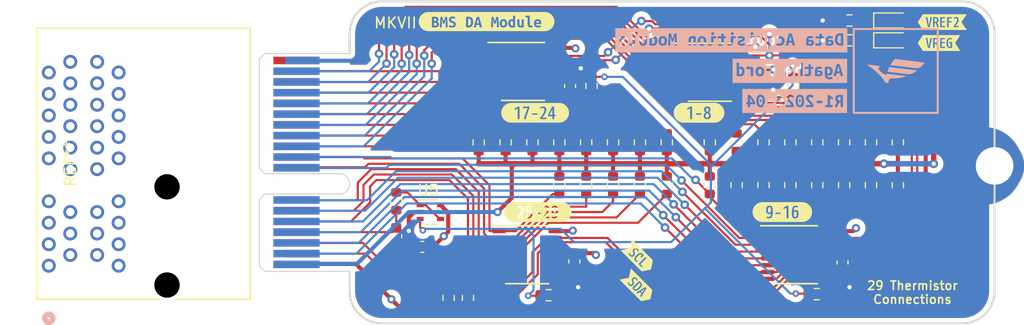
<source format=kicad_pcb>
(kicad_pcb (version 20221018) (generator pcbnew)
  (layers (0 "F.Cu" signal) (1 "In1.Cu" power "GND") (2 "In2.Cu" power "PWR") (31 "B.Cu" signal) (34 "B.Paste" user) (35 "F.Paste" user) (36 "B.SilkS" user "B.Silkscreen") (37 "F.SilkS" user "F.Silkscreen") (38 "B.Mask" user) (39 "F.Mask" user) (44 "Edge.Cuts" user))
  (net 0 "")
  (net 1 "/VREG")
  (net 2 "GND")
  (net 3 "/MUX_GROUP_OUTPUT")
  (net 4 "/THERM_29")
  (net 5 "/THERM_28")
  (net 6 "/THERM_27")
  (net 7 "/THERM_26")
  (net 8 "/THERM_25")
  (net 9 "/THERM_24")
  (net 10 "/THERM_23")
  (net 11 "/THERM_22")
  (net 12 "/THERM_21")
  (net 13 "/THERM_20")
  (net 14 "/THERM_19")
  (net 15 "/THERM_18")
  (net 16 "/THERM_17")
  (net 17 "/THERM_16")
  (net 18 "/THERM_15")
  (net 19 "/THERM_14")
  (net 20 "/THERM_13")
  (net 21 "/THERM_12")
  (net 22 "/THERM_11")
  (net 23 "/THERM_10")
  (net 24 "/THERM_9")
  (net 25 "/THERM_8")
  (net 26 "/THERM_7")
  (net 27 "/THERM_6")
  (net 28 "/THERM_5")
  (net 29 "/THERM_4")
  (net 30 "/THERM_3")
  (net 31 "/SCL")
  (net 32 "/SDA")
  (net 33 "/THERM_2")
  (net 34 "/THERM_1")
  (net 35 "/VREF2")
  (net 36 "Net-(PD1-K)")
  (net 37 "Net-(PD2-K)")
  (net 38 "Net-(U5--)")
  (net 39 "Net-(U1-D0)")
  (net 44 "Net-(U5-+)")
  (net 45 "Net-(U2-D0)")
  (net 46 "Net-(U3-D0)")
  (net 47 "Net-(U4-D0)")
  (footprint "OEM:R_0603" (layer "F.Cu") (at 124.5 93.25 90)
    (fp_text reference "R21" hide)
    (fp_text value "R_100K" hide)
  )
  (footprint "kibuzzard-63A54BE3" (layer "F.Cu") (at 137.5 90.5)
    (fp_text reference "kibuzzard-63A54BE3" hide)
    (fp_text value "G***" hide)
  )
  (footprint "OEM:R_0603" (layer "F.Cu") (at 151 93.25 90)
    (fp_text reference "R3" hide)
    (fp_text value "R_100K" hide)
  )
  (footprint "OEM:R_0603" (layer "F.Cu") (at 127.5 88 90)
    (fp_text reference "R36" hide)
    (fp_text value "1KR" hide)
  )
  (footprint "OEM:R_0603" (layer "F.Cu") (at 129.5 97.25 -90)
    (fp_text reference "R27" hide)
    (fp_text value "R_100K" hide)
  )
  (footprint "OEM:R_0603" (layer "F.Cu") (at 117 93.25 90)
    (fp_text reference "R24" hide)
    (fp_text value "R_100K" hide)
  )
  (footprint "OEM:R_0603" (layer "F.Cu") (at 116 107.75 -90)
    (fp_text reference "R32" hide)
    (fp_text value "15KR" hide)
  )
  (footprint "OEM:R_0603" (layer "F.Cu") (at 138.5 97.25 -90)
    (fp_text reference "R9" hide)
    (fp_text value "R_100K" hide)
  )
  (footprint "OEM:R_0603" (layer "F.Cu") (at 156 93.25 90)
    (fp_text reference "R1" hide)
    (fp_text value "R_100K" hide)
  )
  (footprint "OEM:R_0603" (layer "F.Cu") (at 141 93.25 90)
    (fp_text reference "R7" hide)
    (fp_text value "R_100K" hide)
  )
  (footprint "OEM:CHIPLED_0805" (layer "F.Cu") (at 155.5 83.75)
    (fp_text reference "PD1" hide)
    (fp_text value "WHITE" hide)
  )
  (footprint "kibuzzard-661714AA" (layer "F.Cu") (at 122.5 99.75)
    (fp_text reference "kibuzzard-661714AA" hide)
    (fp_text value "G***" hide)
  )
  (footprint "OEM:M.2_Mount" (layer "F.Cu") (at 165.016 95.45 -90)
    (fp_text reference "H1" hide)
    (fp_text value "M.2_MountingHole" hide)
  )
  (footprint "OEM:R_0603" (layer "F.Cu") (at 151.5 81.9 180)
    (fp_text reference "R31" hide)
    (fp_text value "1KR" hide)
  )
  (footprint "OEM:R_0603" (layer "F.Cu") (at 151.5 83.75 180)
    (fp_text reference "R30" hide)
    (fp_text value "1KR" hide)
  )
  (footprint "Package_SO:SSOP-16_3.9x4.9mm_P0.635mm" (layer "F.Cu") (at 146.5 103.75)
    (fp_text reference "U2" hide)
    (fp_text value "LTC1380IGN" hide)
  )
  (footprint "OEM:R_0603" (layer "F.Cu") (at 141 97.25 -90)
    (fp_text reference "R10" hide)
    (fp_text value "R_100K" hide)
  )
  (footprint "kibuzzard-63BF55B8" (layer "F.Cu") (at 131.8 106.7 -45)
    (fp_text reference "kibuzzard-63BF55B8" hide)
    (fp_text value "G***" hide)
  )
  (footprint "OEM:R_0603" (layer "F.Cu") (at 153.5 93.25 90)
    (fp_text reference "R2" hide)
    (fp_text value "R_100K" hide)
  )
  (footprint "OEM:C_0603" (layer "F.Cu") (at 125.5 88 -90)
    (fp_text reference "C3" hide)
    (fp_text value "C_1uF" hide)
  )
  (footprint "Package_SO:SSOP-16_3.9x4.9mm_P0.635mm" (layer "F.Cu") (at 121.5 103.75)
    (fp_text reference "U4" hide)
    (fp_text value "LTC1380IGN" hide)
  )
  (footprint "OEM:R_0603" (layer "F.Cu") (at 146.25 88 90)
    (fp_text reference "R34" hide)
    (fp_text value "1KR" hide)
  )
  (footprint "OEM:R_0603" (layer "F.Cu") (at 132 97.25 -90)
    (fp_text reference "R28" hide)
    (fp_text value "R_100K" hide)
  )
  (footprint "OEM:R_0603" (layer "F.Cu") (at 148.5 97.25 -90)
    (fp_text reference "R13" hide)
    (fp_text value "R_100K" hide)
  )
  (footprint "kibuzzard-66171EC5" (layer "F.Cu") (at 160.125 82.05)
    (fp_text reference "kibuzzard-66171EC5" hide)
    (fp_text value "G***" hide)
  )
  (footprint "OEM:R_0603" (layer "F.Cu") (at 109.325 98.75 90)
    (fp_text reference "R38" hide)
    (fp_text value "R_100" hide)
  )
  (footprint "OEM:R_0603" (layer "F.Cu") (at 138.5 93.25 90)
    (fp_text reference "R8" hide)
    (fp_text value "R_100K" hide)
  )
  (footprint "kibuzzard-66171EA1" (layer "F.Cu") (at 159.825 84)
    (fp_text reference "kibuzzard-66171EA1" hide)
    (fp_text value "G***" hide)
  )
  (footprint "OEM:R_0603" (layer "F.Cu") (at 127 97.25 -90)
    (fp_text reference "R26" hide)
    (fp_text value "R_100K" hide)
  )
  (footprint "kibuzzard-63BF51CA" (layer "F.Cu") (at 117.7336 82)
    (fp_text reference "kibuzzard-63BF51CA" hide)
    (fp_text value "G***" hide)
  )
  (footprint "OEM:C_0603" (layer "F.Cu") (at 111.75 103 180)
    (fp_text reference "C5" hide)
    (fp_text value "C_0.1uF" hide)
  )
  (footprint "kibuzzard-63A54BCB" (layer "F.Cu") (at 145.25 99.75)
    (fp_text reference "kibuzzard-63A54BCB" hide)
    (fp_text value "G***" hide)
  )
  (footprint "OEM:pcie_x1_socket" (layer "F.Cu") (at 76.999999 104.75 90)
    (fp_text reference "REF**")
    (fp_text value "CONN36_2-1761465-1_TEC")
  )
  (footprint "OEM:R_0603" (layer "F.Cu") (at 132 93.25 90)
    (fp_text reference "R18" hide)
    (fp_text value "R_100K" hide)
  )
  (footprint "Package_SO:SSOP-16_3.9x4.9mm_P0.635mm" (layer "F.Cu") (at 121.125 86.675)
    (fp_text reference "U3" hide)
    (fp_text value "LTC1380IGN" hide)
  )
  (footprint "OEM:R_0603" (layer "F.Cu") (at 143.5 93.25 90)
    (fp_text reference "R6" hide)
    (fp_text value "R_100K" hide)
  )
  (footprint "OEM:R_0603" (layer "F.Cu") (at 122 93.25 90)
    (fp_text reference "R22" hide)
    (fp_text value "R_100K" hide)
  )
  (footprint "kibuzzard-63BF55D1" (layer "F.Cu") (at 131.875 103.95 -45)
    (fp_text reference "kibuzzard-63BF55D1" hide)
    (fp_text value "G***" hide)
  )
  (footprint "OEM:C_0603" (layer "F.Cu") (at 125.9 104.35 -90)
    (fp_text reference "C4" hide)
    (fp_text value "C_1uF" hide)
  )
  (footprint "OEM:C_0603" (layer "F.Cu") (at 150.85 104.45 -90)
    (fp_text reference "C2" hide)
    (fp_text value "C_1uF" hide)
  )
  (footprint "OEM:CHIPLED_0805" (layer "F.Cu") (at 155.5 81.9)
    (fp_text reference "PD2" hide)
    (fp_text value "WHITE" hide)
  )
  (footprint "OEM:R_0603" (layer "F.Cu") (at 151 97.25 -90)
    (fp_text reference "R14" hide)
    (fp_text value "R_100K" hide)
  )
  (footprint "Package_TO_SOT_SMD:SOT-353_SC-70-5" (layer "F.Cu") (at 112.5 99.75)
    (fp_text reference "U5")
    (fp_text value "MCP6001T-I-LT" hide)
  )
  (footprint "OEM:R_0603" (layer "F.Cu") (at 119.5 93.25 90)
    (fp_text reference "R23" hide)
    (fp_text value "R_100K" hide)
  )
  (footprint "OEM:C_0603" (layer "F.Cu") (at 142.9 87.425 -90)
    (fp_text reference "C1" hide)
    (fp_text value "C_1uF" hide)
  )
  (footprint "OEM:R_0603" (layer "F.Cu") (at 124.5 97.25 -90)
    (fp_text reference "R25" hide)
    (fp_text value "R_100K" hide)
  )
  (footprint "OEM:R_0603" (layer "F.Cu") (at 123.5 107.5 180)
    (fp_text reference "R37" hide)
    (fp_text value "1KR" hide)
  )
  (footprint "OEM:R_0603" (layer "F.Cu") (at 148.5 93.25 90)
    (fp_text reference "R4" hide)
    (fp_text value "R_100K" hide)
  )
  (footprint "OEM:R_0603" (layer "F.Cu") (at 129.5 93.25 90)
    (fp_text reference "R19" hide)
    (fp_text value "R_100K" hide)
  )
  (footprint "OEM:R_0603" (layer "F.Cu") (at 146 93.25 90)
    (fp_text reference "R5" hide)
    (fp_text value "R_100K" hide)
  )
  (footprint "Connector_PCBEdge:BUS_PCIexpress_x1" (layer "F.Cu") (at 100.045 85.625 -90)
    (fp_text reference "J1" hide)
    (fp_text value "pcie_x1_connector" hide)
    (fp_line (start -0.65 -4.95) (end -0.65 2.95) (stroke (width 0.1)) (layer "Edge.Cuts"))
    (fp_line (start -0.65 2.95) (end -0.15 3.45) (stroke (width 0.1)) (layer "Edge.Cuts"))
    (fp_line (start -0.15 3.45) (end 10.05 3.45) (stroke (width 0.1)) (layer "Edge.Cuts"))
    (fp_line (start 10.55 -4) (end 10.55 2.95) (stroke (width 0.1)) (layer "Edge.Cuts"))
    (fp_line (start 10.55 2.95) (end 10.05 3.45) (stroke (width 0.1)) (layer "Edge.Cuts"))
    (fp_line (start 12.45 -4) (end 12.45 2.95) (stroke (width 0.1)) (layer "Edge.Cuts"))
    (fp_line (start 12.45 2.95) (end 12.95 3.45) (stroke (width 0.1)) (layer "Edge.Cuts"))
    (fp_line (start 12.95 3.45) (end 19.15 3.45) (stroke (width 0.1)) (layer "Edge.Cuts"))
    (fp_line (start 19.65 -4.95) (end 19.65 2.95) (stroke (width 0.1)) (layer "Edge.Cuts"))
    (fp_line (start 19.65 2.95) (end 19.15 3.45) (stroke (width 0.1)) (layer "Edge.Cuts"))
    (fp_arc (start 10.55 -4) (mid 11.5 -4.95) (end 12.45 -4) (stroke (width 0.1)) (layer "Edge.Cuts"))
  )
  (footprint "OEM:R_0603" (layer "F.Cu") (at 134.5 93.25 90)
    (fp_text reference "R17" hide)
    (fp_text value "R_100K" hide)
  )
  (footprint "OEM:R_0603" (layer "F.Cu") (at 143.5 97.25 -90)
    (fp_text reference "R11" hide)
    (fp_text value "R_100K" hide)
  )
  (footprint "OEM:R_0603" (layer "F.Cu") (at 114.2 107.75 -90)
    (fp_text reference "R33" hide)
    (fp_text value "15KR" hide)
  )
  (footprint "OEM:R_0603" (layer "F.Cu") (at 153.5 97.25 -90)
    (fp_text reference "R15" hide)
    (fp_text value "R_100K" hide)
  )
  (footprint "OEM:R_0603" (layer "F.Cu") (at 146 97.25 -90)
    (fp_text reference "R12" hide)
    (fp_text value "R_100K" hide)
  )
  (footprint "OEM:R_0603" (layer "F.Cu") (at 148.45 107.4 180)
    (fp_text reference "R35" hide)
    (fp_text value "1KR" hide)
  )
  (footprint "OEM:C_0603" (layer "F.Cu") (at 109.325 102 -90)
    (fp_text reference "C6" hide)
    (fp_text value "C_10nF" hide)
  )
  (footprint "OEM:R_0603" (layer "F.Cu") (at 134.5 97.25 -90)
    (fp_text reference "R29" hide)
    (fp_text value "R_100K" hide)
  )
  (footprint "Package_SO:SSOP-16_3.9x4.9mm_P0.635mm" (layer "F.Cu") (at 138.502157 86.750342)
    (fp_text reference "U1" hide)
    (fp_text value "LTC1380IGN" hide)
  )
  (footprint "OEM:R_0603" (layer "F.Cu") (at 156 97.25 -90)
    (fp_text reference "R16" hide)
    (fp_text value "R_100K" hide)
  )
  (footprint "OEM:R_0603" (layer "F.Cu") (at 127 93.25 90)
    (fp_text reference "R20" hide)
    (fp_text value "R_100K" hide)
  )
  (footprint "kibuzzard-63A54BB0" (layer "F.Cu") (at 122.25 90.5)
    (fp_text reference "kibuzzard-63A54BB0" hide)
    (fp_text value "G***" hide)
  )
  (footprint "kibuzzard-66172481" (layer "B.Cu") (at 146.4 89.4 180)
    (fp_text reference "kibuzzard-66172481" hide)
    (fp_text value "G***" hide)
  )
  (footprint "OEM:OEM_Logo_8mm" (layer "B.Cu") (at 155.8 86.6 180)
    (fp_text reference "REF**" hide)
    (fp_text value "OEM_Logo_8mm")
  )
  (footprint "kibuzzard-661723CB" (layer "B.Cu") (at 140.5 83.75 180)
    (fp_text reference "kibuzzard-661723CB" hide)
    (fp_text value "G***" hide)
  )
  (footprint "kibuzzard-661723F5" (layer "B.Cu") (at 145.95 86.6 180)
    (fp_text reference "kibuzzard-661723F5" hide)
    (fp_text value "G***" hide)
  )
  (gr_arc (start 107.995 110.125) (mid 105.87368 109.24632) (end 104.995 107.125) (stroke (width 0.2)) (layer "Edge.Cuts"))
  (gr_arc (start 104.995 83.125) (mid 105.87368 81.00368) (end 107.995 80.125) (stroke (width 0.2)) (layer "Edge.Cuts"))
  (gr_line (start 104.995 84.975) (end 104.995 83.125) (stroke (width 0.2)) (layer "Edge.Cuts"))
  (gr_line (start 107.995 80.125) (end 161.995 80.125) (stroke (width 0.2)) (layer "Edge.Cuts"))
  (gr_line (start 164.995 107.125) (end 164.995 83.125) (stroke (width 0.2)) (layer "Edge.Cuts"))
  (gr_line (start 107.995 110.125) (end 161.995 110.125) (stroke (width 0.2)) (layer "Edge.Cuts"))
  (gr_line (start 104.995 83.125) (end 104.995 84.975) (stroke (width 0.2)) (layer "Edge.Cuts"))
  (gr_line (start 104.995 107.125) (end 104.995 105.275) (stroke (width 0.2)) (layer "Edge.Cuts"))
  (gr_arc (start 161.995 80.125) (mid 164.11632 81.00368) (end 164.995 83.125) (stroke (width 0.2)) (layer "Edge.Cuts"))
  (gr_arc (start 164.995 107.125) (mid 164.11632 109.24632) (end 161.995 110.125) (stroke (width 0.2)) (layer "Edge.Cuts"))
  (gr_text "MKVII" (at 109.25 82.127) (layer "F.SilkS") (effects (font (size 1 1))))
  (gr_text "29 Thermistor\nConnections" (at 157.35 107.25) (layer "F.SilkS") (effects (font (size 0.8 0.8))))
  (segment (start 114.1655 99.8155) (end 113.45 99.1) (width 0.381) (layer "F.Cu") (net 1))
  (segment (start 109.85 108.85) (end 150.1 108.85) (width 0.381) (layer "F.Cu") (net 1))
  (segment (start 123.725 86.9925) (end 122.744 86.9925) (width 0.381) (layer "F.Cu") (net 1))
  (segment (start 122.744 86.9925) (end 122.7345 86.983) (width 0.381) (layer "F.Cu") (net 1))
  (segment (start 150.1 108.85) (end 150.9405 108.85) (width 0.381) (layer "F.Cu") (net 1))
  (segment (start 152.1 101.25) (end 151.8225 101.5275) (width 0.381) (layer "F.Cu") (net 1))
  (segment (start 105.5845 104.5845) (end 100.045 104.5845) (width 0.381) (layer "F.Cu") (net 1))
  (segment (start 158.5905 101.2) (end 154.67025 105.12025) (width 0.381) (layer "F.Cu") (net 1))
  (segment (start 125.9525 84.4525) (end 126 84.5) (width 0.381) (layer "F.Cu") (net 1))
  (segment (start 124.1 101.5275) (end 125.7045 101.5275) (width 0.381) (layer "F.Cu") (net 1))
  (segment (start 113.75 102) (end 112.75 103) (width 0.381) (layer "F.Cu") (net 1))
  (segment (start 125.3425 86.9925) (end 123.725 86.9925) (width 0.381) (layer "F.Cu") (net 1))
  (segment (start 124.1 103.4325) (end 125.7575 103.4325) (width 0.381) (layer "F.Cu") (net 1))
  (segment (start 142.9 86.65) (end 143.08 86.47) (width 0.381) (layer "F.Cu") (net 1))
  (segment (start 153.225 103.675) (end 154.67025 105.12025) (width 0.381) (layer "F.Cu") (net 1))
  (segment (start 124.1 103.4325) (end 124.1 104.0675) (width 0.381) (layer "F.Cu") (net 1))
  (segment (start 150.821658 103.675) (end 150.579158 103.4325) (width 0.381) (layer "F.Cu") (net 1))
  (segment (start 143.08 86.47) (end 144.395 86.47) (width 0.381) (layer "F.Cu") (net 1))
  (segment (start 125.5 87.15) (end 125.3425 86.9925) (width 0.381) (layer "F.Cu") (net 1))
  (segment (start 151.8225 101.5275) (end 149.1 101.5275) (width 0.381) (layer "F.Cu") (net 1))
  (segment (start 122.7345 84.462) (end 122.744 84.4525) (width 0.381) (layer "F.Cu") (net 1))
  (segment (start 125.9 103.575) (end 127.725 103.575) (width 0.381) (layer "F.Cu") (net 1))
  (segment (start 108.875 107.875) (end 105.5845 104.5845) (width 0.381) (layer "F.Cu") (net 1))
  (segment (start 123.725 84.4525) (end 125.9525 84.4525) (width 0.381) (layer "F.Cu") (net 1))
  (segment (start 150.9405 108.85) (end 154.67025 105.12025) (width 0.381) (layer "F.Cu") (net 1))
  (segment (start 158.5905 85.3405) (end 158.5905 101.2) (width 0.381) (layer "F.Cu") (net 1))
  (segment (start 112.75 103) (end 112.525 103) (width 0.381) (layer "F.Cu") (net 1))
  (segment (start 141.279657 84.350342) (end 141.102157 84.527842) (width 0.381) (layer "F.Cu") (net 1))
  (segment (start 150.579158 103.4325) (end 149.1 103.4325) (width 0.381) (layer "F.Cu") (net 1))
  (segment (start 143.075 86.475) (end 142.9 86.65) (width 0.381) (layer "F.Cu") (net 1))
  (segment (start 122.7345 86.983) (end 122.7345 84.462) (width 0.381) (layer "F.Cu") (net 1))
  (segment (start 114.1655 101.5845) (end 114.1655 99.8155) (width 0.381) (layer "F.Cu") (net 1))
  (segment (start 108.875 107.875) (end 109.85 108.85) (width 0.381) (layer "F.Cu") (net 1))
  (segment (start 127.725 103.575) (end 127.9 103.75) (width 0.381) (layer "F.Cu") (net 1))
  (segment (start 125.7575 103.4325) (end 125.9 103.575) (width 0.381) (layer "F.Cu") (net 1))
  (segment (start 144.395 86.47) (end 144.4 86.475) (width 0.381) (layer "F.Cu") (net 1))
  (segment (start 150.85 103.675) (end 153.225 103.675) (width 0.381) (layer "F.Cu") (net 1))
  (segment (start 157 83.75) (end 158.5905 85.3405) (width 0.381) (layer "F.Cu") (net 1))
  (segment (start 122.744 84.4525) (end 123.725 84.4525) (width 0.381) (layer "F.Cu") (net 1))
  (segment (start 156.55 83.75) (end 157 83.75) (width 0.381) (layer "F.Cu") (net 1))
  (segment (start 113.75 102) (end 114.1655 101.5845) (width 0.381) (layer "F.Cu") (net 1))
  (segment (start 125.7045 101.5275) (end 125.75 101.482) (width 0.381) (layer "F.Cu") (net 1))
  (segment (start 150.85 103.675) (end 150.821658 103.675) (width 0.381) (layer "F.Cu") (net 1))
  (segment (start 142.752157 84.350342) (end 141.279657 84.350342) (width 0.381) (layer "F.Cu") (net 1))
  (via (at 126 84.5) (size 0.762) (drill 0.381) (layers "F.Cu" "B.Cu") (net 1))
  (via (at 144.4 86.475) (size 0.762) (drill 0.381) (layers "F.Cu" "B.Cu") (net 1))
  (via (at 142.752157 84.350342) (size 0.8) (drill 0.4) (layers "F.Cu" "B.Cu") (net 1))
  (via (at 127.9 103.75) (size 0.762) (drill 0.381) (layers "F.Cu" "B.Cu") (net 1))
  (via (at 152.1 101.25) (size 0.762) (drill 0.381) (layers "F.Cu" "B.Cu") (net 1))
  (via (at 113.75 102) (size 0.762) (drill 0.381) (layers "F.Cu" "B.Cu") (net 1))
  (via (at 108.875 107.875) (size 0.762) (drill 0.381) (layers "F.Cu" "B.Cu") (net 1))
  (via (at 125.75 101.482) (size 0.762) (drill 0.381) (layers "F.Cu" "B.Cu") (net 1))
  (segment (start 124.1 105.3375) (end 125.8875 105.3375) (width 0.381) (layer "F.Cu") (net 2))
  (segment (start 109.325 102.775) (end 110.75 102.775) (width 0.381) (layer "F.Cu") (net 2))
  (segment (start 125.8875 105.3375) (end 125.9 105.325) (width 0.381) (layer "F.Cu") (net 2))
  (segment (start 150.675 81.9) (end 149 81.9) (width 0.381) (layer "F.Cu") (net 2))
  (segment (start 110.5 101.5) (end 110.5 100.25) (width 0.381) (layer "F.Cu") (net 2))
  (segment (start 141.102157 86.432842) (end 141.102157 88.337842) (width 0.381) (layer "F.Cu") (net 2))
  (segment (start 125.5 88.7) (end 125.5 88.55) (width 0.381) (layer "F.Cu") (net 2))
  (segment (start 141.102157 88.337842) (end 142.614657 88.337842) (width 0.381) (layer "F.Cu") (net 2))
  (segment (start 150.675 83.75) (end 149 83.75) (width 0.381) (layer "F.Cu") (net 2))
  (segment (start 151.5 105.875) (end 150.85 105.225) (width 0.381) (layer "F.Cu") (net 2))
  (segment (start 109.325 102.775) (end 109.425 102.675) (width 0.381) (layer "F.Cu") (net 2))
  (segment (start 111 99.75) (end 111.55 99.75) (width 0.381) (layer "F.Cu") (net 2))
  (segment (start 126.1 105.35) (end 126.1125 105.3375) (width 0.2) (layer "F.Cu") (net 2))
  (segment (start 150.85 105.225) (end 149.6225 105.225) (width 0.381) (layer "F.Cu") (net 2))
  (segment (start 123.725 88.2625) (end 123.725 87.6275) (width 0.381) (layer "F.Cu") (net 2))
  (segment (start 124.1 104.7025) (end 124.1 105.3375) (width 0.381) (layer "F.Cu") (net 2))
  (segment (start 125.2125 88.2625) (end 123.725 88.2625) (width 0.381) (layer "F.Cu") (net 2))
  (segment (start 126.5 87.7) (end 125.5 88.7) (width 0.381) (layer "F.Cu") (net 2))
  (segment (start 126.5 86.3575) (end 126.5 87.7) (width 0.381) (layer "F.Cu") (net 2))
  (segment (start 110.75 102.775) (end 110.975 103) (width 0.381) (layer "F.Cu") (net 2))
  (segment (start 110.5 101.5) (end 111 102) (width 0.381) (layer "F.Cu") (net 2))
  (segment (start 149.1 105.3375) (end 149.1 104.0675) (width 0.381) (layer "F.Cu") (net 2))
  (segment (start 149.6225 105.225) (end 149.1 104.7025) (width 0.381) (layer "F.Cu") (net 2))
  (segment (start 110.5 100.25) (end 111 99.75) (width 0.381) (layer "F.Cu") (net 2))
  (segment (start 151.5 106.75) (end 151.5 105.875) (width 0.381) (layer "F.Cu") (net 2))
  (segment (start 125.9 106.4) (end 125.9 105.125) (width 0.381) (layer "F.Cu") (net 2))
  (segment (start 126.0875 105.3375) (end 126.1 105.35) (width 0.2) (layer "F.Cu") (net 2))
  (segment (start 126.25 106.75) (end 125.9 106.4) (width 0.381) (layer "F.Cu") (net 2))
  (segment (start 111 102.975) (end 110.975 103) (width 0.381) (layer "F.Cu") (net 2))
  (segment (start 150.9 105.175) (end 150.85 105.225) (width 0.381) (layer "F.Cu") (net 2))
  (segment (start 125.5 88.55) (end 125.2125 88.2625) (width 0.381) (layer "F.Cu") (net 2))
  (segment (start 142.9 88.35) (end 144.4 88.35) (width 0.381) (layer "F.Cu") (net 2))
  (segment (start 126.5 86.3575) (end 123.725 86.3575) (width 0.381) (layer "F.Cu") (net 2))
  (segment (start 111 102) (end 111 102.975) (width 0.381) (layer "F.Cu") (net 2))
  (via (at 110.5 101.5) (size 0.8) (drill 0.4) (layers "F.Cu" "B.Cu") (net 2))
  (via (at 151.5 106.75) (size 0.8) (drill 0.4) (layers "F.Cu" "B.Cu") (net 2))
  (via (at 144.4 88.35) (size 0.8) (drill 0.4) (layers "F.Cu" "B.Cu") (net 2))
  (via (at 126.25 106.75) (size 0.8) (drill 0.4) (layers "F.Cu" "B.Cu") (net 2))
  (via (at 149 83.75) (size 0.8) (drill 0.4) (layers "F.Cu" "B.Cu") (net 2))
  (via (at 126.5 86.3575) (size 0.8) (drill 0.4) (layers "F.Cu" "B.Cu") (net 2))
  (via (at 149 81.9) (size 0.8) (drill 0.4) (layers "F.Cu" "B.Cu") (net 2))
  (segment (start 100.045 85.65) (end 106.7 85.65) (width 0.381) (layer "B.Cu") (net 2))
  (segment (start 108.925 101.625) (end 109.325 101.225) (width 0.2) (layer "F.Cu") (net 3))
  (segment (start 100.045 101.625) (end 108.925 101.625) (width 0.2) (layer "F.Cu") (net 3))
  (segment (start 109.325 99.575) (end 109.325 101.225) (width 0.2) (layer "F.Cu") (net 3))
  (segment (start 105.125 100.625) (end 106.9 98.85) (width 0.2) (layer "F.Cu") (net 4))
  (segment (start 116 102.375) (end 117.6925 104.0675) (width 0.2) (layer "F.Cu") (net 4))
  (segment (start 114.275 96.775) (end 116 98.5) (width 0.2) (layer "F.Cu") (net 4))
  (segment (start 118.9 104.0675) (end 120.16 104.0675) (width 0.2) (layer "F.Cu") (net 4))
  (segment (start 131.825 100.75) (end 134.5 98.075) (width 0.2) (layer "F.Cu") (net 4))
  (segment (start 100.045 100.625) (end 105.125 100.625) (width 0.2) (layer "F.Cu") (net 4))
  (segment (start 106.9 98.85) (end 106.9 97.35) (width 0.2) (layer "F.Cu") (net 4))
  (segment (start 107.475 96.775) (end 114.275 96.775) (width 0.2) (layer "F.Cu") (net 4))
  (segment (start 117.6925 104.0675) (end 118.9 104.0675) (width 0.2) (layer "F.Cu") (net 4))
  (segment (start 120.16 104.0675) (end 123.4775 100.75) (width 0.2) (layer "F.Cu") (net 4))
  (segment (start 123.4775 100.75) (end 131.825 100.75) (width 0.2) (layer "F.Cu") (net 4))
  (segment (start 116 98.5) (end 116 102.375) (width 0.2) (layer "F.Cu") (net 4))
  (segment (start 106.9 97.35) (end 107.475 96.775) (width 0.2) (layer "F.Cu") (net 4))
  (segment (start 106.282843 98.717157) (end 106.282843 97.217157) (width 0.2) (layer "F.Cu") (net 5))
  (segment (start 100.045 99.625) (end 105.375 99.625) (width 0.2) (layer "F.Cu") (net 5))
  (segment (start 107.25 96.25) (end 114.5 96.25) (width 0.2) (layer "F.Cu") (net 5))
  (segment (start 105.375 99.625) (end 106.282843 98.717157) (width 0.2) (layer "F.Cu") (net 5))
  (segment (start 123.411814 100.25) (end 129.825 100.25) (width 0.2) (layer "F.Cu") (net 5))
  (segment (start 120.229314 103.4325) (end 123.411814 100.25) (width 0.2) (layer "F.Cu") (net 5))
  (segment (start 117.786875 103.4325) (end 118.9 103.4325) (width 0.2) (layer "F.Cu") (net 5))
  (segment (start 116.5 98.25) (end 116.5 102.145625) (width 0.2) (layer "F.Cu") (net 5))
  (segment (start 116.5 102.145625) (end 117.786875 103.4325) (width 0.2) (layer "F.Cu") (net 5))
  (segment (start 114.5 96.25) (end 116.5 98.25) (width 0.2) (layer "F.Cu") (net 5))
  (segment (start 118.9 103.4325) (end 120.229314 103.4325) (width 0.2) (layer "F.Cu") (net 5))
  (segment (start 106.282843 97.217157) (end 107.25 96.25) (width 0.2) (layer "F.Cu") (net 5))
  (segment (start 129.825 100.25) (end 132 98.075) (width 0.2) (layer "F.Cu") (net 5))
  (segment (start 123.346128 99.75) (end 128.5 99.75) (width 0.2) (layer "F.Cu") (net 6))
  (segment (start 114.868628 95.75) (end 115.309314 96.190686) (width 0.2) (layer "F.Cu") (net 6))
  (segment (start 128.5 99.75) (end 129.5 98.75) (width 0.2) (layer "F.Cu") (net 6))
  (segment (start 115.309314 96.190686) (end 117 97.881372) (width 0.2) (layer "F.Cu") (net 6))
  (segment (start 117 101.95625) (end 117.84125 102.7975) (width 0.2) (layer "F.Cu") (net 6))
  (segment (start 118.9 102.7975) (end 120.298628 102.7975) (width 0.2) (layer "F.Cu") (net 6))
  (segment (start 129.5 98.75) (end 129.5 98.075) (width 0.2) (layer "F.Cu") (net 6))
  (segment (start 99.542843 98.65) (end 105.6 98.65) (width 0.2) (layer "F.Cu") (net 6))
  (segment (start 105.75 98.5) (end 105.75 97.315686) (width 0.2) (layer "F.Cu") (net 6))
  (segment (start 105.75 97) (end 107 95.75) (width 0.2) (layer "F.Cu") (net 6))
  (segment (start 120.298628 102.7975) (end 123.346128 99.75) (width 0.2) (layer "F.Cu") (net 6))
  (segment (start 117 97.881372) (end 117 101.95625) (width 0.2) (layer "F.Cu") (net 6))
  (segment (start 105.6 98.65) (end 105.75 98.5) (width 0.2) (layer "F.Cu") (net 6))
  (segment (start 117.84125 102.7975) (end 118.9 102.7975) (width 0.2) (layer "F.Cu") (net 6))
  (segment (start 105.75 97.315686) (end 105.75 97) (width 0.2) (layer "F.Cu") (net 6))
  (segment (start 107 95.75) (end 114.868628 95.75) (width 0.2) (layer "F.Cu") (net 6))
  (segment (start 115.093627 95.975) (end 115.309314 96.190686) (width 0.2) (layer "F.Cu") (net 6))
  (segment (start 117.5 101.5275) (end 117.5 101.75) (width 0.2) (layer "F.Cu") (net 7))
  (segment (start 106.425 95.575) (end 106.75 95.25) (width 0.2) (layer "F.Cu") (net 7))
  (segment (start 119.7 102.1625) (end 119.8 102.0625) (width 0.2) (layer "F.Cu") (net 7))
  (segment (start 127 99.25) (end 127 98.075) (width 0.2) (layer "F.Cu") (net 7))
  (segment (start 115.184314 95.25) (end 117.5 97.565686) (width 0.2) (layer "F.Cu") (net 7))
  (segment (start 123.280442 99.25) (end 127 99.25) (width 0.2) (layer "F.Cu") (net 7))
  (segment (start 117.9125 102.1625) (end 118.9 102.1625) (width 0.2) (layer "F.Cu") (net 7))
  (segment (start 120.367942 102.1625) (end 123.280442 99.25) (width 0.2) (layer "F.Cu") (net 7))
  (segment (start 118.9 102.1625) (end 119.7 102.1625) (width 0.2) (layer "F.Cu") (net 7))
  (segment (start 106.75 95.25) (end 115.184314 95.25) (width 0.2) (layer "F.Cu") (net 7))
  (segment (start 118.9 102.1625) (end 120.367942 102.1625) (width 0.2) (layer "F.Cu") (net 7))
  (segment (start 117.5 101.75) (end 117.9125 102.1625) (width 0.2) (layer "F.Cu") (net 7))
  (segment (start 117.5 97.565686) (end 117.5 101.5275) (width 0.2) (layer "F.Cu") (net 7))
  (segment (start 100.045 95.575) (end 106.425 95.575) (width 0.2) (layer "F.Cu") (net 7))
  (segment (start 115.5 94.75) (end 118 97.25) (width 0.2) (layer "F.Cu") (net 8))
  (segment (start 100.045 94.625) (end 106.25 94.625) (width 0.2) (layer "F.Cu") (net 8))
  (segment (start 118 101.5) (end 118.0275 101.5275) (width 0.2) (layer "F.Cu") (net 8))
  (segment (start 120.437256 101.5275) (end 123.889756 98.075) (width 0.2) (layer "F.Cu") (net 8))
  (segment (start 118 97.25) (end 118 101.5) (width 0.2) (layer "F.Cu") (net 8))
  (segment (start 106.25 94.625) (end 106.375 94.75) (width 0.2) (layer "F.Cu") (net 8))
  (segment (start 118.0275 101.5275) (end 118.9 101.5275) (width 0.2) (layer "F.Cu") (net 8))
  (segment (start 106.375 94.75) (end 115.5 94.75) (width 0.2) (layer "F.Cu") (net 8))
  (segment (start 123.889756 98.075) (end 124.5 98.075) (width 0.2) (layer "F.Cu") (net 8))
  (segment (start 118.9 101.5275) (end 120.437256 101.5275) (width 0.2) (layer "F.Cu") (net 8))
  (segment (start 113 93.625) (end 117.725 88.9) (width 0.2) (layer "F.Cu") (net 9))
  (segment (start 118.525 88.8975) (end 118.525 90.9) (width 0.2) (layer "F.Cu") (net 9))
  (segment (start 118.525 90.9) (end 117 92.425) (width 0.2) (layer "F.Cu") (net 9))
  (segment (start 118.5225 88.9) (end 118.525 88.8975) (width 0.2) (layer "F.Cu") (net 9))
  (segment (start 100.045 93.625) (end 113 93.625) (width 0.2) (layer "F.Cu") (net 9))
  (segment (start 117.725 88.9) (end 118.5225 88.9) (width 0.2) (layer "F.Cu") (net 9))
  (segment (start 117.525 88.25) (end 118.5125 88.25) (width 0.2) (layer "F.Cu") (net 10))
  (segment (start 118.525 88.2625) (end 119.625 88.2625) (width 0.2) (layer "F.Cu") (net 10))
  (segment (start 119.625 88.2625) (end 119.8 88.4375) (width 0.2) (layer "F.Cu") (net 10))
  (segment (start 119.8 92.125) (end 119.5 92.425) (width 0.2) (layer "F.Cu") (net 10))
  (segment (start 118.5125 88.25) (end 118.525 88.2625) (width 0.2) (layer "F.Cu") (net 10))
  (segment (start 113.15 92.625) (end 117.525 88.25) (width 0.2) (layer "F.Cu") (net 10))
  (segment (start 100.045 92.625) (end 113.15 92.625) (width 0.2) (layer "F.Cu") (net 10))
  (segment (start 119.8 88.4375) (end 119.8 92.125) (width 0.2) (layer "F.Cu") (net 10))
  (segment (start 118.5225 87.625) (end 118.525 87.6275) (width 0.2) (layer "F.Cu") (net 11))
  (segment (start 119.59 87.6275) (end 120.2 88.2375) (width 0.2) (layer "F.Cu") (net 11))
  (segment (start 100.045 91.625) (end 113.3 91.625) (width 0.2) (layer "F.Cu") (net 11))
  (segment (start 120.2 90.625) (end 122 92.425) (width 0.2) (layer "F.Cu") (net 11))
  (segment (start 118.525 87.6275) (end 119.59 87.6275) (width 0.2) (layer "F.Cu") (net 11))
  (segment (start 113.3 91.625) (end 117.3 87.625) (width 0.2) (layer "F.Cu") (net 11))
  (segment (start 120.2 88.2375) (end 120.2 90.625) (width 0.2) (layer "F.Cu") (net 11))
  (segment (start 117.3 87.625) (end 118.5225 87.625) (width 0.2) (layer "F.Cu") (net 11))
  (segment (start 120.6 88.071815) (end 120.6 90.459314) (width 0.2) (layer "F.Cu") (net 12))
  (segment (start 113.4 90.625) (end 117.05 86.975) (width 0.2) (layer "F.Cu") (net 12))
  (segment (start 119.520685 86.9925) (end 120.6 88.071815) (width 0.2) (layer "F.Cu") (net 12))
  (segment (start 100.045 90.625) (end 113.4 90.625) (width 0.2) (layer "F.Cu") (net 12))
  (segment (start 118.5075 86.975) (end 118.525 86.9925) (width 0.2) (layer "F.Cu") (net 12))
  (segment (start 118.525 86.9925) (end 119.520685 86.9925) (width 0.2) (layer "F.Cu") (net 12))
  (segment (start 121.665686 91.525) (end 123.6 91.525) (width 0.2) (layer "F.Cu") (net 12))
  (segment (start 123.6 91.525) (end 124.5 92.425) (width 0.2) (layer "F.Cu") (net 12))
  (segment (start 120.6 90.459314) (end 121.665686 91.525) (width 0.2) (layer "F.Cu") (net 12))
  (segment (start 117.05 86.975) (end 118.5075 86.975) (width 0.2) (layer "F.Cu") (net 12))
  (segment (start 118.5175 86.35) (end 118.525 86.3575) (width 0.2) (layer "F.Cu") (net 13))
  (segment (start 119.451371 86.3575) (end 121 87.906129) (width 0.2) (layer "F.Cu") (net 13))
  (segment (start 113.5 89.625) (end 116.775 86.35) (width 0.2) (layer "F.Cu") (net 13))
  (segment (start 121 87.906129) (end 121 90.293628) (width 0.2) (layer "F.Cu") (net 13))
  (segment (start 125.7 91.125) (end 127 92.425) (width 0.2) (layer "F.Cu") (net 13))
  (segment (start 118.525 86.3575) (end 119.451371 86.3575) (width 0.2) (layer "F.Cu") (net 13))
  (segment (start 121 90.293628) (end 121.831372 91.125) (width 0.2) (layer "F.Cu") (net 13))
  (segment (start 116.775 86.35) (end 118.5175 86.35) (width 0.2) (layer "F.Cu") (net 13))
  (segment (start 121.831372 91.125) (end 125.7 91.125) (width 0.2) (layer "F.Cu") (net 13))
  (segment (start 100.045 89.625) (end 113.5 89.625) (width 0.2) (layer "F.Cu") (net 13))
  (segment (start 116.525 85.725) (end 118.5225 85.725) (width 0.2) (layer "F.Cu") (net 14))
  (segment (start 113.625 88.625) (end 116.525 85.725) (width 0.2) (layer "F.Cu") (net 14))
  (segment (start 118.525 85.7225) (end 119.4725 85.7225) (width 0.2) (layer "F.Cu") (net 14))
  (segment (start 121.997058 90.725) (end 127.8 90.725) (width 0.2) (layer "F.Cu") (net 14))
  (segment (start 127.8 90.725) (end 129.5 92.425) (width 0.2) (layer "F.Cu") (net 14))
  (segment (start 100.045 88.625) (end 113.625 88.625) (width 0.2) (layer "F.Cu") (net 14))
  (segment (start 118.5225 85.725) (end 118.525 85.7225) (width 0.2) (layer "F.Cu") (net 14))
  (segment (start 121.4 90.127942) (end 121.997058 90.725) (width 0.2) (layer "F.Cu") (net 14))
  (segment (start 121.4 87.65) (end 121.4 90.127942) (width 0.2) (layer "F.Cu") (net 14))
  (segment (start 119.4725 85.7225) (end 121.4 87.65) (width 0.2) (layer "F.Cu") (net 14))
  (segment (start 113.625 87.625) (end 116.175 85.075) (width 0.2) (layer "F.Cu") (net 15))
  (segment (start 116.175 85.075) (end 118.5125 85.075) (width 0.2) (layer "F.Cu") (net 15))
  (segment (start 122.162744 90.325) (end 129.9 90.325) (width 0.2) (layer "F.Cu") (net 15))
  (segment (start 100.045 87.625) (end 113.625 87.625) (width 0.2) (layer "F.Cu") (net 15))
  (segment (start 121.8 89.962256) (end 122.162744 90.325) (width 0.2) (layer "F.Cu") (net 15))
  (segment (start 119.59 85.0875) (end 121.8 87.2975) (width 0.2) (layer "F.Cu") (net 15))
  (segment (start 121.8 87.2975) (end 121.8 89.962256) (width 0.2) (layer "F.Cu") (net 15))
  (segment (start 118.525 85.0875) (end 119.59 85.0875) (width 0.2) (layer "F.Cu") (net 15))
  (segment (start 118.5125 85.075) (end 118.525 85.0875) (width 0.2) (layer "F.Cu") (net 15))
  (segment (start 129.9 90.325) (end 132 92.425) (width 0.2) (layer "F.Cu") (net 15))
  (segment (start 132 89.925) (end 134.5 92.425) (width 0.2) (layer "F.Cu") (net 16))
  (segment (start 119.520686 84.4525) (end 122.2 87.131814) (width 0.2) (layer "F.Cu") (net 16))
  (segment (start 113.65 86.625) (end 115.825 84.45) (width 0.2) (layer "F.Cu") (net 16))
  (segment (start 115.825 84.45) (end 118.5225 84.45) (width 0.2) (layer "F.Cu") (net 16))
  (segment (start 100.045 86.625) (end 113.65 86.625) (width 0.2) (layer "F.Cu") (net 16))
  (segment (start 118.525 84.4525) (end 119.520686 84.4525) (width 0.2) (layer "F.Cu") (net 16))
  (segment (start 122.2 87.131814) (end 122.2 89.79657) (width 0.2) (layer "F.Cu") (net 16))
  (segment (start 122.2 89.79657) (end 122.32843 89.925) (width 0.2) (layer "F.Cu") (net 16))
  (segment (start 118.5225 84.45) (end 118.525 84.4525) (width 0.2) (layer "F.Cu") (net 16))
  (segment (start 122.32843 89.925) (end 132 89.925) (width 0.2) (layer "F.Cu") (net 16))
  (segment (start 154.025 100.05) (end 156 98.075) (width 0.2) (layer "F.Cu") (net 17))
  (segment (start 143.9 105.9725) (end 139.110625 105.9725) (width 0.2) (layer "F.Cu") (net 17))
  (segment (start 144.7 105.9725) (end 147.3 103.3725) (width 0.2) (layer "F.Cu") (net 17))
  (segment (start 147.3 100.647058) (end 147.897058 100.05) (width 0.2) (layer "F.Cu") (net 17))
  (segment (start 147.897058 100.05) (end 154.025 100.05) (width 0.2) (layer "F.Cu") (net 17))
  (segment (start 139.110625 105.9725) (end 134.333713 101.195588) (width 0.2) (layer "F.Cu") (net 17))
  (segment (start 147.3 103.3725) (end 147.3 100.647058) (width 0.2) (layer "F.Cu") (net 17))
  (segment (start 143.9 105.9725) (end 144.7 105.9725) (width 0.2) (layer "F.Cu") (net 17))
  (via (at 134.333713 101.195588) (size 0.8) (drill 0.4) (layers "F.Cu" "B.Cu") (net 17))
  (segment (start 105.625 103.625) (end 100.045 103.625) (width 0.2) (layer "B.Cu") (net 17))
  (segment (start 134.333713 101.195588) (end 134.320588 101.195588) (width 0.2) (layer "B.Cu") (net 17))
  (segment (start 134.320588 101.195588) (end 132.075 98.95) (width 0.2) (layer "B.Cu") (net 17))
  (segment (start 110.3 98.95) (end 105.625 103.625) (width 0.2) (layer "B.Cu") (net 17))
  (segment (start 132.075 98.95) (end 110.3 98.95) (width 0.2) (layer "B.Cu") (net 17))
  (segment (start 146.9 100.481372) (end 147.731372 99.65) (width 0.2) (layer "F.Cu") (net 18))
  (segment (start 139.467369 105.34) (end 143.91 105.34) (width 0.2) (layer "F.Cu") (net 18))
  (segment (start 146.9 103.206811) (end 146.9 100.481372) (width 0.2) (layer "F.Cu") (net 18))
  (segment (start 147.731372 99.65) (end 151.925 99.65) (width 0.2) (layer "F.Cu") (net 18))
  (segment (start 134.17067 100.043301) (end 139.467369 105.34) (width 0.2) (layer "F.Cu") (net 18))
  (segment (start 143.9 105.3375) (end 144.769314 105.3375) (width 0.2) (layer "F.Cu") (net 18))
  (segment (start 151.925 99.65) (end 153.5 98.075) (width 0.2) (layer "F.Cu") (net 18))
  (segment (start 144.769314 105.3375) (end 146.9 103.206811) (width 0.2) (layer "F.Cu") (net 18))
  (via (at 134.17067 100.043301) (size 0.8) (drill 0.4) (layers "F.Cu" "B.Cu") (net 18))
  (segment (start 134.17067 100.02067) (end 132.5 98.35) (width 0.2) (layer "B.Cu") (net 18))
  (segment (start 110.1 98.35) (end 105.825 102.625) (width 0.2) (layer "B.Cu") (net 18))
  (segment (start 105.825 102.625) (end 100.045 102.625) (width 0.2) (layer "B.Cu") (net 18))
  (segment (start 132.5 98.35) (end 110.1 98.35) (width 0.2) (layer "B.Cu") (net 18))
  (segment (start 134.17067 100.043301) (end 134.17067 100.02067) (width 0.2) (layer "B.Cu") (net 18))
  (segment (start 135.344979 100.227661) (end 139.822318 104.705) (width 0.2) (layer "F.Cu") (net 19))
  (segment (start 144.838628 104.7025) (end 146.5 103.041126) (width 0.2) (layer "F.Cu") (net 19))
  (segment (start 146.5 103.041126) (end 146.5 100.315686) (width 0.2) (layer "F.Cu") (net 19))
  (segment (start 149.825 99.25) (end 151 98.075) (width 0.2) (layer "F.Cu") (net 19))
  (segment (start 139.822318 104.705) (end 143.91 104.705) (width 0.2) (layer "F.Cu") (net 19))
  (segment (start 147.565686 99.25) (end 149.825 99.25) (width 0.2) (layer "F.Cu") (net 19))
  (segment (start 146.5 100.315686) (end 147.565686 99.25) (width 0.2) (layer "F.Cu") (net 19))
  (segment (start 143.9 104.7025) (end 144.838628 104.7025) (width 0.2) (layer "F.Cu") (net 19))
  (via (at 135.344979 100.227661) (size 0.8) (drill 0.4) (layers "F.Cu" "B.Cu") (net 19))
  (segment (start 106.025 101.625) (end 100.045 101.625) (width 0.2) (layer "B.Cu") (net 19))
  (segment (start 109.9 97.75) (end 106.025 101.625) (width 0.2) (layer "B.Cu") (net 19))
  (segment (start 135.344979 100.227661) (end 135.344273 100.227661) (width 0.2) (layer "B.Cu") (net 19))
  (segment (start 135.344273 100.227661) (end 132.866612 97.75) (width 0.2) (layer "B.Cu") (net 19))
  (segment (start 132.866612 97.75) (end 109.9 97.75) (width 0.2) (layer "B.Cu") (net 19))
  (segment (start 140.176562 104.07) (end 143.91 104.07) (width 0.2) (layer "F.Cu") (net 20))
  (segment (start 144.907942 104.0675) (end 146.1 102.875441) (width 0.2) (layer "F.Cu") (net 20))
  (segment (start 148.175 98.075) (end 148.5 98.075) (width 0.2) (layer "F.Cu") (net 20))
  (segment (start 143.9 104.0675) (end 144.907942 104.0675) (width 0.2) (layer "F.Cu") (net 20))
  (segment (start 135.136966 99.030404) (end 140.176562 104.07) (width 0.2) (layer "F.Cu") (net 20))
  (segment (start 146.1 102.875441) (end 146.1 100.15) (width 0.2) (layer "F.Cu") (net 20))
  (segment (start 146.1 100.15) (end 148.175 98.075) (width 0.2) (layer "F.Cu") (net 20))
  (via (at 135.136966 99.030404) (size 0.8) (drill 0.4) (layers "F.Cu" "B.Cu") (net 20))
  (segment (start 135.136966 99.011966) (end 133.275 97.15) (width 0.2) (layer "B.Cu") (net 20))
  (segment (start 106.225 100.625) (end 100.045 100.625) (width 0.2) (layer "B.Cu") (net 20))
  (segment (start 133.275 97.15) (end 109.7 97.15) (width 0.2) (layer "B.Cu") (net 20))
  (segment (start 109.7 97.15) (end 106.225 100.625) (width 0.2) (layer "B.Cu") (net 20))
  (segment (start 135.136966 99.030404) (end 135.136966 99.011966) (width 0.2) (layer "B.Cu") (net 20))
  (segment (start 136.167268 99.070756) (end 136.170756 99.070756) (width 0.2) (layer "F.Cu") (net 21))
  (segment (start 144.977256 103.4325) (end 145.7 102.709756) (width 0.2) (layer "F.Cu") (net 21))
  (segment (start 143.9 103.4325) (end 144.977256 103.4325) (width 0.2) (layer "F.Cu") (net 21))
  (segment (start 140.535 103.435) (end 143.91 103.435) (width 0.2) (layer "F.Cu") (net 21))
  (segment (start 145.7 102.709756) (end 145.7 98.375) (width 0.2) (layer "F.Cu") (net 21))
  (segment (start 136.170756 99.070756) (end 140.535 103.435) (width 0.2) (layer "F.Cu") (net 21))
  (segment (start 145.7 98.375) (end 146 98.075) (width 0.2) (layer "F.Cu") (net 21))
  (via (at 136.167268 99.070756) (size 0.8) (drill 0.4) (layers "F.Cu" "B.Cu") (net 21))
  (segment (start 109.5 96.55) (end 106.425 99.625) (width 0.2) (layer "B.Cu") (net 21))
  (segment (start 106.425 99.625) (end 100.045 99.625) (width 0.2) (layer "B.Cu") (net 21))
  (segment (start 136.167268 99.070756) (end 136.166562 99.070756) (width 0.2) (layer "B.Cu") (net 21))
  (segment (start 133.645806 96.55) (end 109.5 96.55) (width 0.2) (layer "B.Cu") (net 21))
  (segment (start 136.166562 99.070756) (end 133.645806 96.55) (width 0.2) (layer "B.Cu") (net 21))
  (segment (start 145.3 99.875) (end 145.3 102.54407) (width 0.2) (layer "F.Cu") (net 22))
  (segment (start 143.9 102.7975) (end 140.883256 102.7975) (width 0.2) (layer "F.Cu") (net 22))
  (segment (start 145.04657 102.7975) (end 143.9 102.7975) (width 0.2) (layer "F.Cu") (net 22))
  (segment (start 140.883256 102.7975) (end 135.955378 97.869622) (width 0.2) (layer "F.Cu") (net 22))
  (segment (start 143.5 98.075) (end 145.3 99.875) (width 0.2) (layer "F.Cu") (net 22))
  (segment (start 145.3 102.54407) (end 145.04657 102.7975) (width 0.2) (layer "F.Cu") (net 22))
  (via (at 135.955378 97.869622) (size 0.8) (drill 0.4) (layers "F.Cu" "B.Cu") (net 22))
  (segment (start 100 98.65) (end 106.6 98.65) (width 0.2) (layer "B.Cu") (net 22))
  (segment (start 109.3 95.95) (end 134.035756 95.95) (width 0.2) (layer "B.Cu") (net 22))
  (segment (start 106.6 98.65) (end 109.3 95.95) (width 0.2) (layer "B.Cu") (net 22))
  (segment (start 134.035756 95.95) (end 135.955378 97.869622) (width 0.2) (layer "B.Cu") (net 22))
  (segment (start 141 98.075) (end 141.825 98.075) (width 0.2) (layer "F.Cu") (net 23))
  (segment (start 141.2375 102.1625) (end 135.875 96.8) (width 0.2) (layer "F.Cu") (net 23))
  (segment (start 143.9 102.1625) (end 141.2375 102.1625) (width 0.2) (layer "F.Cu") (net 23))
  (segment (start 144.5875 102.1625) (end 143.9 102.1625) (width 0.2) (layer "F.Cu") (net 23))
  (segment (start 144.9 101.85) (end 144.5875 102.1625) (width 0.2) (layer "F.Cu") (net 23))
  (segment (start 144.9 101.15) (end 144.9 101.85) (width 0.2) (layer "F.Cu") (net 23))
  (segment (start 141.825 98.075) (end 144.9 101.15) (width 0.2) (layer "F.Cu") (net 23))
  (via (at 135.875 96.8) (size 0.8) (drill 0.4) (layers "F.Cu" "B.Cu") (net 23))
  (segment (start 134.425 95.35) (end 133.925 95.35) (width 0.2) (layer "B.Cu") (net 23))
  (segment (start 108.4 95.65) (end 108.7 95.35) (width 0.2) (layer "B.Cu") (net 23))
  (segment (start 108.7 95.35) (end 133.925 95.35) (width 0.2) (layer "B.Cu") (net 23))
  (segment (start 135.875 96.8) (end 134.425 95.35) (width 0.2) (layer "B.Cu") (net 23))
  (segment (start 100 95.65) (end 108.4 95.65) (width 0.2) (layer "B.Cu") (net 23))
  (segment (start 141.7025 101.5275) (end 143.9 101.5275) (width 0.2) (layer "F.Cu") (net 24))
  (segment (start 138.5 98.075) (end 138.5 98.325) (width 0.2) (layer "F.Cu") (net 24))
  (segment (start 138.5 98.325) (end 141.7025 101.5275) (width 0.2) (layer "F.Cu") (net 24))
  (segment (start 137.175 96.75) (end 138.5 98.075) (width 0.2) (layer "F.Cu") (net 24))
  (via (at 137.175 96.75) (size 0.8) (drill 0.4) (layers "F.Cu" "B.Cu") (net 24))
  (segment (start 108.775 94.625) (end 100.045 94.625) (width 0.2) (layer "B.Cu") (net 24))
  (segment (start 136.975 96.75) (end 134.975 94.75) (width 0.2) (layer "B.Cu") (net 24))
  (segment (start 134.975 94.75) (end 108.9 94.75) (width 0.2) (layer "B.Cu") (net 24))
  (segment (start 137.175 96.75) (end 136.975 96.75) (width 0.2) (layer "B.Cu") (net 24))
  (segment (start 108.9 94.75) (end 108.775 94.625) (width 0.2) (layer "B.Cu") (net 24))
  (segment (start 112.630122 84.894878) (end 112.630122 85.9255) (width 0.2) (layer "F.Cu") (net 25))
  (segment (start 135.902157 88.972842) (end 137.21147 88.972842) (width 0.2) (layer "F.Cu") (net 25))
  (segment (start 137.21147 88.972842) (end 137.4 89.161372) (width 0.2) (layer "F.Cu") (net 25))
  (segment (start 113.925 83.6) (end 112.630122 84.894878) (width 0.2) (layer "F.Cu") (net 25))
  (segment (start 134.14147 88.972842) (end 128.768628 83.6) (width 0.2) (layer "F.Cu") (net 25))
  (segment (start 137.4 89.161372) (end 137.4 91.325) (width 0.2) (layer "F.Cu") (net 25))
  (segment (start 135.902157 88.972842) (end 134.14147 88.972842) (width 0.2) (layer "F.Cu") (net 25))
  (segment (start 128.768628 83.6) (end 113.925 83.6) (width 0.2) (layer "F.Cu") (net 25))
  (segment (start 137.4 91.325) (end 138.5 92.425) (width 0.2) (layer "F.Cu") (net 25))
  (via (at 112.630122 85.9255) (size 0.8) (drill 0.4) (layers "F.Cu" "B.Cu") (net 25))
  (segment (start 112.630122 85.9255) (end 112.630122 87.294878) (width 0.2) (layer "B.Cu") (net 25))
  (segment (start 106.3 93.625) (end 100.045 93.625) (width 0.2) (layer "B.Cu") (net 25))
  (segment (start 112.630122 87.294878) (end 106.3 93.625) (width 0.2) (layer "B.Cu") (net 25))
  (segment (start 135.902157 88.337842) (end 134.072156 88.337842) (width 0.2) (layer "F.Cu") (net 26))
  (segment (start 134.072156 88.337842) (end 128.762858 83.028544) (width 0.2) (layer "F.Cu") (net 26))
  (segment (start 139.682107 92.425) (end 141 92.425) (width 0.2) (layer "F.Cu") (net 26))
  (segment (start 135.902157 88.337842) (end 137.142156 88.337842) (width 0.2) (layer "F.Cu") (net 26))
  (segment (start 137.8 90.542893) (end 139.682107 92.425) (width 0.2) (layer "F.Cu") (net 26))
  (segment (start 113.571456 83.028544) (end 111.930122 84.669878) (width 0.2) (layer "F.Cu") (net 26))
  (segment (start 137.8 88.995686) (end 137.8 90.542893) (width 0.2) (layer "F.Cu") (net 26))
  (segment (start 111.930122 84.669878) (end 111.930122 85.175) (width 0.2) (layer "F.Cu") (net 26))
  (segment (start 137.142156 88.337842) (end 137.8 88.995686) (width 0.2) (layer "F.Cu") (net 26))
  (segment (start 128.762858 83.028544) (end 113.571456 83.028544) (width 0.2) (layer "F.Cu") (net 26))
  (via (at 111.930122 85.175) (size 0.8) (drill 0.4) (layers "F.Cu" "B.Cu") (net 26))
  (segment (start 106.4 92.625) (end 100.045 92.625) (width 0.2) (layer "B.Cu") (net 26))
  (segment (start 111.930622 87.094378) (end 106.4 92.625) (width 0.2) (layer "B.Cu") (net 26))
  (segment (start 111.930122 85.175) (end 111.930622 85.1755) (width 0.2) (layer "B.Cu") (net 26))
  (segment (start 111.930622 85.1755) (end 111.930622 87.094378) (width 0.2) (layer "B.Cu") (net 26))
  (segment (start 111.230622 84.419378) (end 111.230622 85.9255) (width 0.2) (layer "F.Cu") (net 27))
  (segment (start 139.392793 91.57) (end 142.645 91.57) (width 0.2) (layer "F.Cu") (net 27))
  (segment (start 128.928507 82.628507) (end 113.021493 82.628507) (width 0.2) (layer "F.Cu") (net 27))
  (segment (start 138.2 88.83) (end 138.2 90.377207) (width 0.2) (layer "F.Cu") (net 27))
  (segment (start 113.021493 82.628507) (end 111.230622 84.419378) (width 0.2) (layer "F.Cu") (net 27))
  (segment (start 137.072842 87.702842) (end 138.2 88.83) (width 0.2) (layer "F.Cu") (net 27))
  (segment (start 138.2 90.377207) (end 139.392793 91.57) (width 0.2) (layer "F.Cu") (net 27))
  (segment (start 135.902157 87.702842) (end 137.072842 87.702842) (width 0.2) (layer "F.Cu") (net 27))
  (segment (start 134.002842 87.702842) (end 128.928507 82.628507) (width 0.2) (layer "F.Cu") (net 27))
  (segment (start 142.645 91.57) (end 143.5 92.425) (width 0.2) (layer "F.Cu") (net 27))
  (segment (start 135.902157 87.702842) (end 134.002842 87.702842) (width 0.2) (layer "F.Cu") (net 27))
  (via (at 111.230622 85.9255) (size 0.8) (drill 0.4) (layers "F.Cu" "B.Cu") (net 27))
  (segment (start 106.5 91.625) (end 100.045 91.625) (width 0.2) (layer "B.Cu") (net 27))
  (segment (start 111.230622 86.894378) (end 106.5 91.625) (width 0.2) (layer "B.Cu") (net 27))
  (segment (start 111.230622 85.9255) (end 111.230622 86.894378) (width 0.2) (layer "B.Cu") (net 27))
  (segment (start 138.6 88.664314) (end 138.6 90.211521) (width 0.2) (layer "F.Cu") (net 28))
  (segment (start 133.967842 87.067842) (end 129.129465 82.229465) (width 0.2) (layer "F.Cu") (net 28))
  (segment (start 129.129465 82.229465) (end 112.395535 82.229465) (width 0.2) (layer "F.Cu") (net 28))
  (segment (start 112.395535 82.229465) (end 110.531122 84.093878) (width 0.2) (layer "F.Cu") (net 28))
  (segment (start 139.558479 91.17) (end 144.745 91.17) (width 0.2) (layer "F.Cu") (net 28))
  (segment (start 135.834657 87.000342) (end 135.902157 87.067842) (width 0.2) (layer "F.Cu") (net 28))
  (segment (start 137.003528 87.067842) (end 138.6 88.664314) (width 0.2) (layer "F.Cu") (net 28))
  (segment (start 144.745 91.17) (end 146 92.425) (width 0.2) (layer "F.Cu") (net 28))
  (segment (start 135.902157 87.067842) (end 133.967842 87.067842) (width 0.2) (layer "F.Cu") (net 28))
  (segment (start 135.902157 87.067842) (end 137.003528 87.067842) (width 0.2) (layer "F.Cu") (net 28))
  (segment (start 110.531122 84.093878) (end 110.531122 85.109261) (width 0.2) (layer "F.Cu") (net 28))
  (segment (start 138.6 90.211521) (end 139.558479 91.17) (width 0.2) (layer "F.Cu") (net 28))
  (via (at 110.531122 85.109261) (size 0.8) (drill 0.4) (layers "F.Cu" "B.Cu") (net 28))
  (segment (start 110.531122 86.693878) (end 106.6 90.625) (width 0.2) (layer "B.Cu") (net 28))
  (segment (start 106.6 90.625) (end 100.045 90.625) (width 0.2) (layer "B.Cu") (net 28))
  (segment (start 110.531122 85.109261) (end 110.531122 86.693878) (width 0.2) (layer "B.Cu") (net 28))
  (segment (start 136.934213 86.432842) (end 139 88.498629) (width 0.2) (layer "F.Cu") (net 29))
  (segment (start 128.75 81.828521) (end 113.404825 81.829475) (width 0.2) (layer "F.Cu") (net 29))
  (segment (start 109.831622 83.868378) (end 109.831622 85.9255) (width 0.2) (layer "F.Cu") (net 29))
  (segment (start 129.331463 81.828521) (end 128.75 81.828521) (width 0.2) (layer "F.Cu") (net 29))
  (segment (start 139 88.498629) (end 139 90.045835) (width 0.2) (layer "F.Cu") (net 29))
  (segment (start 135.902157 86.432842) (end 133.935784 86.432842) (width 0.2) (layer "F.Cu") (net 29))
  (segment (start 113.404825 81.829475) (end 111.870525 81.829475) (width 0.2) (layer "F.Cu") (net 29))
  (segment (start 133.935784 86.432842) (end 129.331463 81.828521) (width 0.2) (layer "F.Cu") (net 29))
  (segment (start 139.724165 90.77) (end 146.845 90.77) (width 0.2) (layer "F.Cu") (net 29))
  (segment (start 146.845 90.77) (end 148.5 92.425) (width 0.2) (layer "F.Cu") (net 29))
  (segment (start 111.870525 81.829475) (end 109.831622 83.868378) (width 0.2) (layer "F.Cu") (net 29))
  (segment (start 139 90.045835) (end 139.724165 90.77) (width 0.2) (layer "F.Cu") (net 29))
  (segment (start 148.5 92.425) (end 148.5 92.35) (width 0.2) (layer "F.Cu") (net 29))
  (segment (start 135.902157 86.432842) (end 136.934213 86.432842) (width 0.2) (layer "F.Cu") (net 29))
  (via (at 109.831622 85.9255) (size 0.8) (drill 0.4) (layers "F.Cu" "B.Cu") (net 29))
  (segment (start 109.831622 85.9255) (end 109.831622 86.493378) (width 0.2) (layer "B.Cu") (net 29))
  (segment (start 109.831622 86.493378) (end 106.7 89.625) (width 0.2) (layer "B.Cu") (net 29))
  (segment (start 106.7 89.625) (end 100.045 89.625) (width 0.2) (layer "B.Cu") (net 29))
  (segment (start 135.902157 85.797842) (end 133.86647 85.797842) (width 0.2) (layer "F.Cu") (net 30))
  (segment (start 133.86647 85.797842) (end 129.497133 81.428505) (width 0.2) (layer "F.Cu") (net 30))
  (segment (start 139.4 89.880149) (end 139.889851 90.37) (width 0.2) (layer "F.Cu") (net 30))
  (segment (start 111.370437 81.429563) (end 109.132122 83.667878) (width 0.2) (layer "F.Cu") (net 30))
  (segment (start 129.497133 81.428505) (end 129 81.428505) (width 0.2) (layer "F.Cu") (net 30))
  (segment (start 139.4 88.332944) (end 139.4 89.880149) (width 0.2) (layer "F.Cu") (net 30))
  (segment (start 111.976792 81.429563) (end 111.370437 81.429563) (width 0.2) (layer "F.Cu") (net 30))
  (segment (start 129 81.428505) (end 111.976792 81.429563) (width 0.2) (layer "F.Cu") (net 30))
  (segment (start 135.902157 85.797842) (end 136.864898 85.797842) (width 0.2) (layer "F.Cu") (net 30))
  (segment (start 136.864898 85.797842) (end 139.4 88.332944) (width 0.2) (layer "F.Cu") (net 30))
  (segment (start 109.132122 83.667878) (end 109.132122 85.057122) (width 0.2) (layer "F.Cu") (net 30))
  (segment (start 135.899657 85.800342) (end 135.902157 85.797842) (width 0.2) (layer "F.Cu") (net 30))
  (segment (start 139.889851 90.37) (end 148.945 90.37) (width 0.2) (layer "F.Cu") (net 30))
  (segment (start 148.945 90.37) (end 151 92.425) (width 0.2) (layer "F.Cu") (net 30))
  (via (at 109.132122 85.057122) (size 0.8) (drill 0.4) (layers "F.Cu" "B.Cu") (net 30))
  (segment (start 109.132122 86.242878) (end 106.75 88.625) (width 0.2) (layer "B.Cu") (net 30))
  (segment (start 109.132122 85.057122) (end 109.132122 86.242878) (width 0.2) (layer "B.Cu") (net 30))
  (segment (start 106.75 88.625) (end 100.045 88.625) (width 0.2) (layer "B.Cu") (net 30))
  (segment (start 142.693716 82.25) (end 133.429194 82.25) (width 0.2) (layer "F.Cu") (net 31))
  (segment (start 120.45 106.9) (end 122 105.35) (width 0.2) (layer "F.Cu") (net 31))
  (segment (start 157.3 92.542893) (end 157.3 99.15) (width 0.2) (layer "F.Cu") (net 31))
  (segment (start 133.136449 81.957255) (end 132.146499 81.957255) (width 0.2) (layer "F.Cu") (net 31))
  (segment (start 144.039622 83.160378) (end 143.604094 83.160378) (width 0.2) (layer "F.Cu") (net 31))
  (segment (start 149.907107 85.15) (end 157.3 92.542893) (width 0.2) (layer "F.Cu") (net 31))
  (segment (start 116 106.925) (end 115.225 106.15) (width 0.2) (layer "F.Cu") (net 31))
  (segment (start 115.225 106.15) (end 109.75 106.15) (width 0.2) (layer "F.Cu") (net 31))
  (segment (start 109.75 106.15) (end 106.225 102.625) (width 0.2) (layer "F.Cu") (net 31))
  (segment (start 147.7 103.55) (end 147.7 102.95) (width 0.2) (layer "F.Cu") (net 31))
  (segment (start 128.7 85.2) (end 125.15 85.2) (width 0.2) (layer "F.Cu") (net 31))
  (segment (start 129.039692 84.860308) (end 128.7 85.2) (width 0.2) (layer "F.Cu") (net 31))
  (segment (start 154.2875 102.1625) (end 149.1 102.1625) (width 0.2) (layer "F.Cu") (net 31))
  (segment (start 122 103.4975) (end 123.335 102.1625) (width 0.2) (layer "F.Cu") (net 31))
  (segment (start 128.988942 102.1625) (end 134.785942 107.9595) (width 0.2) (layer "F.Cu") (net 31))
  (segment (start 147.7 102.95) (end 148.4875 102.1625) (width 0.2) (layer "F.Cu") (net 31))
  (segment (start 133.429194 82.25) (end 133.136449 81.957255) (width 0.2) (layer "F.Cu") (net 31))
  (segment (start 148.4875 102.1625) (end 149.1 102.1625) (width 0.2) (layer "F.Cu") (net 31))
  (segment (start 157.3 99.15) (end 154.2875 102.1625) (width 0.2) (layer "F.Cu") (net 31))
  (segment (start 122 105.35) (end 122 103.4975) (width 0.2) (layer "F.Cu") (net 31))
  (segment (start 123.335 102.1625) (end 124.1 102.1625) (width 0.2) (layer "F.Cu") (net 31))
  (segment (start 134.785942 107.9595) (end 143.2905 107.9595) (width 0.2) (layer "F.Cu") (net 31))
  (segment (start 144.050922 85.162842) (end 141.102157 85.162842) (width 0.2) (layer "F.Cu") (net 31))
  (segment (start 125.0375 85.0875) (end 123.725 85.0875) (width 0.2) (layer "F.Cu") (net 31))
  (segment (start 143.2905 107.9595) (end 147.7 103.55) (width 0.2) (layer "F.Cu") (net 31))
  (segment (start 144.475186 85.162842) (end 144.488028 85.15) (width 0.2) (layer "F.Cu") (net 31))
  (segment (start 132.146499 81.957255) (end 132.139744 81.9505) (width 0.2) (layer "F.Cu") (net 31))
  (segment (start 116.025 106.9) (end 120.45 106.9) (width 0.2) (layer "F.Cu") (net 31))
  (segment (start 143.604094 83.160378) (end 142.693716 82.25) (width 0.2) (layer "F.Cu") (net 31))
  (segment (start 144.488028 85.15) (end 149.907107 85.15) (width 0.2) (layer "F.Cu") (net 31))
  (segment (start 124.1 102.1625) (end 128.988942 102.1625) (width 0.2) (layer "F.Cu") (net 31))
  (segment (start 125.15 85.2) (end 125.0375 85.0875) (width 0.2) (layer "F.Cu") (net 31))
  (segment (start 116 106.925) (end 116.025 106.9) (width 0.2) (layer "F.Cu") (net 31))
  (segment (start 144.050922 85.162842) (end 144.475186 85.162842) (width 0.2) (layer "F.Cu") (net 31))
  (segment (start 106.225 102.625) (end 100.045 102.625) (width 0.2) (layer "F.Cu") (net 31))
  (via (at 144.039622 83.160378) (size 0.8) (drill 0.4) (layers "F.Cu" "B.Cu") (net 31))
  (via (at 144.050922 85.162842) (size 0.8) (drill 0.4) (layers "F.Cu" "B.Cu") (net 31))
  (via (at 132.139744 81.9505) (size 0.8) (drill 0.4) (layers "F.Cu" "B.Cu") (net 31))
  (via (at 129.039692 84.860308) (size 0.8) (drill 0.4) (layers "F.Cu" "B.Cu") (net 31))
  (segment (start 131.9495 81.9505) (end 129.039692 84.860308) (width 0.2) (layer "B.Cu") (net 31))
  (segment (start 144.050922 85.162842) (end 144.05 85.16192) (width 0.2) (layer "B.Cu") (net 31))
  (segment (start 132.139744 81.9505) (end 131.9495 81.9505) (width 0.2) (layer "B.Cu") (net 31))
  (segment (start 144.05 85.16192) (end 144.05 83.170756) (width 0.2) (layer "B.Cu") (net 31))
  (segment (start 144.05 83.170756) (end 144.039622 83.160378) (width 0.2) (layer "B.Cu") (net 31))
  (segment (start 157.8 92.477207) (end 157.8 99.35) (width 0.2) (layer "F.Cu") (net 32))
  (segment (start 143.456186 108.3595) (end 148.1 103.715686) (width 0.2) (layer "F.Cu") (net 32))
  (segment (start 114.2 106.925) (end 115.025 107.75) (width 0.2) (layer "F.Cu") (net 32))
  (segment (start 141.102157 85.797842) (end 140.302157 85.797842) (width 0.2) (layer "F.Cu") (net 32))
  (segment (start 124.1 102.7975) (end 124.765 102.7975) (width 0.2) (layer "F.Cu") (net 32))
  (segment (start 123.3 102.7975) (end 124.1 102.7975) (width 0.2) (layer "F.Cu") (net 32))
  (segment (start 114.2 106.925) (end 109.775 106.925) (width 0.2) (layer "F.Cu") (net 32))
  (segment (start 131.755462 105.505462) (end 131.766218 105.505462) (width 0.2) (layer "F.Cu") (net 32))
  (segment (start 122.5 105.55) (end 122.5 103.5975) (width 0.2) (layer "F.Cu") (net 32))
  (segment (start 140.302157 85.797842) (end 140.102157 85.597842) (width 0.2) (layer "F.Cu") (net 32))
  (segment (start 157.8 99.35) (end 154.5 102.65) (width 0.2) (layer "F.Cu") (net 32))
  (segment (start 129.71351 85.6) (end 125.166814 85.6) (width 0.2) (layer "F.Cu") (net 32))
  (segment (start 140.102157 85.597842) (end 140.102157 83.297843) (width 0.2) (layer "F.Cu") (net 32))
  (segment (start 128.8125 102.5625) (end 131.755462 105.505462) (width 0.2) (layer "F.Cu") (net 32))
  (segment (start 132.853754 82.65) (end 140.1 82.65) (width 0.2) (layer "F.Cu") (net 32))
  (segment (start 109.775 106.925) (end 106.475 103.625) (width 0.2) (layer "F.Cu") (net 32))
  (segment (start 142.52803 82.65) (end 144.62803 84.75) (width 0.2) (layer "F.Cu") (net 32))
  (segment (start 132.846499 82.657255) (end 132.853754 82.65) (width 0.2) (layer "F.Cu") (net 32))
  (segment (start 125 102.5625) (end 128.8125 102.5625) (width 0.2) (layer "F.Cu") (net 32))
  (segment (start 125.044314 85.7225) (end 123.725 85.7225) (width 0.2) (layer "F.Cu") (net 32))
  (segment (start 151 102.65) (end 150.8525 102.7975) (width 0.2) (layer "F.Cu") (net 32))
  (segment (start 144.62803 84.75) (end 150.072793 84.75) (width 0.2) (layer "F.Cu") (net 32))
  (segment (start 148.1 103.715686) (end 148.1 103.15) (width 0.2) (layer "F.Cu") (net 32))
  (segment (start 148.1 103.15) (end 148.4525 102.7975) (width 0.2) (layer "F.Cu") (net 32))
  (segment (start 140.102157 83.297843) (end 140.75 82.65) (width 0.2) (layer "F.Cu") (net 32))
  (segment (start 124.765 102.7975) (end 125 102.5625) (width 0.2) (layer "F.Cu") (net 32))
  (segment (start 140.75 82.65) (end 140.85 82.65) (width 0.2) (layer "F.Cu") (net 32))
  (segment (start 129.746447 85.567063) (end 129.71351 85.6) (width 0.2) (layer "F.Cu") (net 32))
  (segment (start 122.5 103.5975) (end 123.3 102.7975) (width 0.2) (layer "F.Cu") (net 32))
  (segment (start 115.025 107.75) (end 120.3 107.75) (width 0.2) (layer "F.Cu") (net 32))
  (segment (start 150.8525 102.7975) (end 149.1 102.7975) (width 0.2) (layer "F.Cu") (net 32))
  (segment (start 134.620256 108.3595) (end 143.456186 108.3595) (width 0.2) (layer "F.Cu") (net 32))
  (segment (start 140.1 82.65) (end 140.85 82.65) (width 0.2) (layer "F.Cu") (net 32))
  (segment (start 140.102157 82.652157) (end 140.1 82.65) (width 0.2) (layer "F.Cu") (net 32))
  (segment (start 154.5 102.65) (end 151 102.65) (width 0.2) (layer "F.Cu") (net 32))
  (segment (start 106.475 103.625) (end 100.595 103.625) (width 0.2) (layer "F.Cu") (net 32))
  (segment (start 125.166814 85.6) (end 125.044314 85.7225) (width 0.2) (layer "F.Cu") (net 32))
  (segment (start 148.4525 102.7975) (end 149.1 102.7975) (width 0.2) (layer "F.Cu") (net 32))
  (segment (start 131.766218 105.505462) (end 134.620256 108.3595) (width 0.2) (layer "F.Cu") (net 32))
  (segment (start 150.072793 84.75) (end 157.8 92.477207) (width 0.2) (layer "F.Cu") (net 32))
  (segment (start 140.85 82.65) (end 142.52803 82.65) (width 0.2) (layer "F.Cu") (net 32))
  (segment (start 120.3 107.75) (end 122.5 105.55) (width 0.2) (layer "F.Cu") (net 32))
  (via (at 132.846499 82.657255) (size 0.8) (drill 0.4) (layers "F.Cu" "B.Cu") (net 32))
  (via (at 129.746447 85.567063) (size 0.8) (drill 0.4) (layers "F.Cu" "B.Cu") (net 32))
  (segment (start 132.846499 82.657255) (end 132.656255 82.657255) (width 0.2) (layer "B.Cu") (net 32))
  (segment (start 132.656255 82.657255) (end 129.746447 85.567063) (width 0.2) (layer "B.Cu") (net 32))
  (segment (start 140.055537 89.97) (end 151.045 89.97) (width 0.2) (layer "F.Cu") (net 33))
  (segment (start 151.045 89.97) (end 153.5 92.425) (width 0.2) (layer "F.Cu") (net 33))
  (segment (start 129.25 81.02849) (end 111.811096 81.029574) (width 0.2) (layer "F.Cu") (net 33))
  (segment (start 135.902157 85.162842) (end 136.795583 85.162842) (width 0.2) (layer "F.Cu") (net 33))
  (segment (start 108.4245 83.3505) (end 108.4245 85.917236) (width 0.2) (layer "F.Cu") (net 33))
  (segment (start 139.8 89.714463) (end 140.055537 89.97) (width 0.2) (layer "F.Cu") (net 33))
  (segment (start 139.8 88.167259) (end 139.8 89.714463) (width 0.2) (layer "F.Cu") (net 33))
  (segment (start 111.811096 81.029574) (end 110.745426 81.029574) (width 0.2) (layer "F.Cu") (net 33))
  (segment (start 129.662804 81.02849) (end 129.25 81.02849) (width 0.2) (layer "F.Cu") (net 33))
  (segment (start 110.745426 81.029574) (end 108.4245 83.3505) (width 0.2) (layer "F.Cu") (net 33))
  (segment (start 135.902157 85.162842) (end 133.797156 85.162842) (width 0.2) (layer "F.Cu") (net 33))
  (segment (start 136.795583 85.162842) (end 139.8 88.167259) (width 0.2) (layer "F.Cu") (net 33))
  (segment (start 133.797156 85.162842) (end 129.662804 81.02849) (width 0.2) (layer "F.Cu") (net 33))
  (via (at 108.4245 85.917236) (size 0.8) (drill 0.4) (layers "F.Cu" "B.Cu") (net 33))
  (segment (start 106.716736 87.625) (end 100.045 87.625) (width 0.2) (layer "B.Cu") (net 33))
  (segment (start 108.4245 85.917236) (end 106.716736 87.625) (width 0.2) (layer "B.Cu") (net 33))
  (segment (start 111.645384 80.629586) (end 110.195414 80.629586) (width 0.2) (layer "F.Cu") (net 34))
  (segment (start 153.145 89.57) (end 156 92.425) (width 0.2) (layer "F.Cu") (net 34))
  (segment (start 107.725 83.1) (end 107.725 85) (width 0.2) (layer "F.Cu") (net 34))
  (segment (start 140.202157 88.003731) (end 140.202157 89.472842) (width 0.2) (layer "F.Cu") (net 34))
  (segment (start 135.899657 84.525342) (end 135.902157 84.527842) (width 0.2) (layer "F.Cu") (net 34))
  (segment (start 140.202157 89.472842) (end 140.299315 89.57) (width 0.2) (layer "F.Cu") (net 34))
  (segment (start 136.726268 84.527842) (end 140.202157 88.003731) (width 0.2) (layer "F.Cu") (net 34))
  (segment (start 129.82849 80.62849) (end 111.64648 80.62849) (width 0.2) (layer "F.Cu") (net 34))
  (segment (start 140.299315 89.57) (end 153.145 89.57) (width 0.2) (layer "F.Cu") (net 34))
  (segment (start 111.64648 80.62849) (end 111.645384 80.629586) (width 0.2) (layer "F.Cu") (net 34))
  (segment (start 110.195414 80.629586) (end 107.725 83.1) (width 0.2) (layer "F.Cu") (net 34))
  (segment (start 135.902157 84.527842) (end 133.727842 84.527842) (width 0.2) (layer "F.Cu") (net 34))
  (segment (start 133.727842 84.527842) (end 129.82849 80.62849) (width 0.2) (layer "F.Cu") (net 34))
  (segment (start 135.902157 84.527842) (end 136.726268 84.527842) (width 0.2) (layer "F.Cu") (net 34))
  (via (at 107.725 85) (size 0.8) (drill 0.4) (layers "F.Cu" "B.Cu") (net 34))
  (segment (start 107.725 85.725) (end 106.825 86.625) (width 0.2) (layer "B.Cu") (net 34))
  (segment (start 106.825 86.625) (end 100.045 86.625) (width 0.2) (layer "B.Cu") (net 34))
  (segment (start 107.725 85) (end 107.725 85.725) (width 0.2) (layer "B.Cu") (net 34))
  (segment (start 129.5 94.075) (end 129.5 96.425) (width 0.381) (layer "F.Cu") (net 35))
  (segment (start 122 94.075) (end 122 95.15) (width 0.381) (layer "F.Cu") (net 35))
  (segment (start 148.5 94.075) (end 148.5 96.425) (width 0.381) (layer "F.Cu") (net 35))
  (segment (start 142.3 95.25) (end 144.9 95.25) (width 0.508) (layer "F.Cu") (net 35))
  (segment (start 119.5 95.25) (end 120.375 95.25) (width 0.508) (layer "F.Cu") (net 35))
  (segment (start 154.7 95.25) (end 156 95.25) (width 0.508) (layer "F.Cu") (net 35))
  (segment (start 143.5 94.075) (end 143.5 96.425) (width 0.381) (layer "F.Cu") (net 35))
  (segment (start 147.3 95.25) (end 154.7 95.25) (width 0.508) (layer "F.Cu") (net 35))
  (segment (start 134.5 95.25) (end 142.3 95.25) (width 0.508) (layer "F.Cu") (net 35))
  (segment (start 117 94.075) (end 117 95.25) (width 0.381) (layer "F.Cu") (net 35))
  (segment (start 129.5 95.25) (end 132 95.25) (width 0.508) (layer "F.Cu") (net 35))
  (segment (start 119.5 94.075) (end 119.5 95.25) (width 0.381) (layer "F.Cu") (net 35))
  (segment (start 151 94.075) (end 151 96.425) (width 0.381) (layer "F.Cu") (net 35))
  (segment (start 153.5 94.075) (end 153.5 96.425) (width 0.381) (layer "F.Cu") (net 35))
  (segment (start 120.075 98.425) (end 120.075 95.55) (width 0.381) (layer "F.Cu") (net 35))
  (segment (start 146 94.075) (end 146 96.425) (width 0.381) (layer "F.Cu") (net 35))
  (segment (start 156.55 81.9) (end 159.3329 84.6829) (width 0.508) (layer "F.Cu") (net 35))
  (segment (start 141 94.075) (end 141 96.425) (width 0.381) (layer "F.Cu") (net 35))
  (segment (start 120.375 95.25) (end 122.1 95.25) (width 0.508) (layer "F.Cu") (net 35))
  (segment (start 159.3329 84.6829) (end 159.3329 95.25) (width 0.508) (layer "F.Cu") (net 35))
  (segment (start 117 95.25) (end 119.5 95.25) (width 0.508) (layer "F.Cu") (net 35))
  (segment (start 156 94.075) (end 156 96.425) (width 0.381) (layer "F.Cu") (net 35))
  (segment (start 127 94.075) (end 127 96.425) (width 0.381) (layer "F.Cu") (net 35))
  (segment (start 138.5 94.075) (end 138.5 96.425) (width 0.381) (layer "F.Cu") (net 35))
  (segment (start 120.075 95.55) (end 120.375 95.25) (width 0.381) (layer "F.Cu") (net 35))
  (segment (start 134.5 94.075) (end 134.5 96.425) (width 0.381) (layer "F.Cu") (net 35))
  (segment (start 132 94.075) (end 132 96.425) (width 0.381) (layer "F.Cu") (net 35))
  (segment (start 118.75 99.75) (end 120.075 98.425) (width 0.381) (layer "F.Cu") (net 35))
  (segment (start 144.9 95.25) (end 147.3 95.25) (width 0.508) (layer "F.Cu") (net 35))
  (segment (start 124.5 94.075) (end 124.5 96.425) (width 0.381) (layer "F.Cu") (net 35))
  (segment (start 132 95.25) (end 134.5 95.25) (width 0.508) (layer "F.Cu") (net 35))
  (segment (start 122 95.15) (end 122.1 95.25) (width 0.381) (layer "F.Cu") (net 35))
  (segment (start 122.1 95.25) (end 129.5 95.25) (width 0.508) (layer "F.Cu") (net 35))
  (via (at 154.7 95.25) (size 0.8) (drill 0.4) (layers "F.Cu" "B.Cu") (net 35))
  (via (at 118.75 99.75) (size 0.762) (drill 0.381) (layers "F.Cu" "B.Cu") (net 35))
  (via (at 159.3329 95.25) (size 0.8) (drill 0.4) (layers "F.Cu" "B.Cu") (net 35))
  (segment (start 106 104.25) (end 106.3 103.95) (width 0.381) (layer "B.Cu") (net 35))
  (segment (start 110.5 99.75) (end 106.3 103.95) (width 0.381) (layer "B.Cu") (net 35))
  (segment (start 159.3329 95.25) (end 154.7 95.25) (width 0.508) (layer "B.Cu") (net 35))
  (segment (start 106.3 103.95) (end 105.6655 104.5845) (width 0.381) (layer "B.Cu") (net 35))
  (segment (start 104.7 104.5845) (end 100.045 104.5845) (width 0.381) (layer "B.Cu") (net 35))
  (segment (start 118.75 99.75) (end 110.5 99.75) (width 0.381) (layer "B.Cu") (net 35))
  (segment (start 105.6655 104.5845) (end 104.7 104.5845) (width 0.381) (layer "B.Cu") (net 35))
  (segment (start 154.45 83.75) (end 152.325 83.75) (width 0.381) (layer "F.Cu") (net 36))
  (segment (start 154.45 81.9) (end 152.325 81.9) (width 0.381) (layer "F.Cu") (net 37))
  (segment (start 112.075 99.1) (end 113.375 100.4) (width 0.2) (layer "F.Cu") (net 38))
  (segment (start 113.375 100.4) (end 113.45 100.4) (width 0.2) (layer "F.Cu") (net 38))
  (segment (start 109.325 97.925) (end 110.375 97.925) (width 0.2) (layer "F.Cu") (net 38))
  (segment (start 110.375 97.925) (end 111.55 99.1) (width 0.2) (layer "F.Cu") (net 38))
  (segment (start 111.55 99.1) (end 112.075 99.1) (width 0.2) (layer "F.Cu") (net 38))
  (segment (start 141.102157 88.972842) (end 141.179315 89.05) (width 0.2) (layer "F.Cu") (net 39))
  (segment (start 141.179315 89.05) (end 146.025 89.05) (width 0.2) (layer "F.Cu") (net 39))
  (segment (start 146.025 89.05) (end 146.25 88.825) (width 0.2) (layer "F.Cu") (net 39))
  (segment (start 146.2 87.125) (end 146.25 87.175) (width 0.2) (layer "F.Cu") (net 44))
  (segment (start 127.525 87.15) (end 127.5 87.175) (width 0.2) (layer "F.Cu") (net 44))
  (segment (start 146.5 107.35) (end 147.575 107.35) (width 0.2) (layer "F.Cu") (net 44))
  (segment (start 111.55 101.2) (end 111.8 101.45) (width 0.2) (layer "F.Cu") (net 44))
  (segment (start 121.6 107.55) (end 122.625 107.55) (width 0.2) (layer "F.Cu") (net 44))
  (segment (start 111.55 100.4) (end 111.55 101.2) (width 0.2) (layer "F.Cu") (net 44))
  (segment (start 147.575 107.35) (end 147.625 107.4) (width 0.2) (layer "F.Cu") (net 44))
  (segment (start 128.7 87.15) (end 127.525 87.15) (width 0.2) (layer "F.Cu") (net 44))
  (segment (start 122.625 107.55) (end 122.675 107.5) (width 0.2) (layer "F.Cu") (net 44))
  (segment (start 146.2 86.15) (end 146.2 87.125) (width 0.2) (layer "F.Cu") (net 44))
  (via (at 128.7 87.15) (size 0.6096) (drill 0.3048) (layers "F.Cu" "B.Cu") (net 44))
  (via (at 121.6 107.55) (size 0.6096) (drill 0.3048) (layers "F.Cu" "B.Cu") (net 44))
  (via (at 111.8 101.45) (size 0.6096) (drill 0.3048) (layers "F.Cu" "B.Cu") (net 44))
  (via (at 146.5 107.35) (size 0.6096) (drill 0.3048) (layers "F.Cu" "B.Cu") (net 44))
  (via (at 146.2 86.15) (size 0.6096) (drill 0.3048) (layers "F.Cu" "B.Cu") (net 44))
  (segment (start 125.85492 102.55) (end 134.9 102.55) (width 0.2) (layer "B.Cu") (net 44))
  (segment (start 124.62392 101.319) (end 125.85492 102.55) (width 0.2) (layer "B.Cu") (net 44))
  (segment (start 122.1 101.95) (end 122.1 107.05) (width 0.2) (layer "B.Cu") (net 44))
  (segment (start 111.931 101.319) (end 120.2 101.319) (width 0.2) (layer "B.Cu") (net 44))
  (segment (start 138.05 99.4) (end 138.6 98.85) (width 0.2) (layer "B.Cu") (net 44))
  (segment (start 111.8 101.45) (end 111.931 101.319) (width 0.2) (layer "B.Cu") (net 44))
  (segment (start 138.6 95.55) (end 146.2 87.95) (width 0.2) (layer "B.Cu") (net 44))
  (segment (start 146 107.35) (end 146.5 107.35) (width 0.2) (layer "B.Cu") (net 44))
  (segment (start 120.2 101.319) (end 124.62392 101.319) (width 0.2) (layer "B.Cu") (net 44))
  (segment (start 138.05 99.4) (end 146 107.35) (width 0.2) (layer "B.Cu") (net 44))
  (segment (start 138.6 98.85) (end 138.6 95.55) (width 0.2) (layer "B.Cu") (net 44))
  (segment (start 134.9 102.55) (end 138.05 99.4) (width 0.2) (layer "B.Cu") (net 44))
  (segment (start 138.6 95.35) (end 130.4 87.15) (width 0.2) (layer "B.Cu") (net 44))
  (segment (start 122.1 107.05) (end 121.6 107.55) (width 0.2) (layer "B.Cu") (net 44))
  (segment (start 130.4 87.15) (end 128.7 87.15) (width 0.2) (layer "B.Cu") (net 44))
  (segment (start 121.469 101.319) (end 122.1 101.95) (width 0.2) (layer "B.Cu") (net 44))
  (segment (start 138.6 95.55) (end 138.6 95.35) (width 0.2) (layer "B.Cu") (net 44))
  (segment (start 146.2 87.95) (end 146.2 86.15) (width 0.2) (layer "B.Cu") (net 44))
  (segment (start 120.2 101.319) (end 121.469 101.319) (width 0.2) (layer "B.Cu") (net 44))
  (segment (start 149.1 107.225) (end 149.275 107.4) (width 0.2) (layer "F.Cu") (net 45))
  (segment (start 149.1 105.9725) (end 149.1 107.225) (width 0.2) (layer "F.Cu") (net 45))
  (segment (start 123.725 88.8975) (end 124.3525 89.525) (width 0.2) (layer "F.Cu") (net 46))
  (segment (start 127.5 88.825) (end 127.5 88.5) (width 0.2) (layer "F.Cu") (net 46))
  (segment (start 124.3525 89.525) (end 126.8 89.525) (width 0.2) (layer "F.Cu") (net 46))
  (segment (start 126.8 89.525) (end 127.5 88.825) (width 0.2) (layer "F.Cu") (net 46))
  (segment (start 124.1 105.9725) (end 124.1 107.275) (width 0.2) (layer "F.Cu") (net 47))
  (segment (start 124.1 107.275) (end 124.325 107.5) (width 0.2) (layer "F.Cu") (net 47))
  (zone (net 2) (net_name "GND") (layer "B.Cu") (priority 2) (connect_pads (clearance 0.5)) (min_thickness 0.25) (fill yes (thermal_gap 0.5) (thermal_bridge_width 0.5))
    (polygon (pts (xy 105 80) (xy 105 110.025) (xy 165 110) (xy 165 80)))
  )
)
</source>
